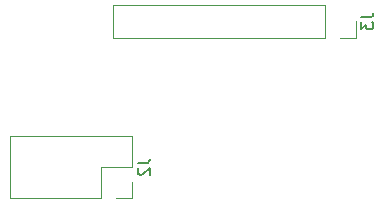
<source format=gbr>
%TF.GenerationSoftware,KiCad,Pcbnew,9.0.4*%
%TF.CreationDate,2025-12-04T13:46:47-07:00*%
%TF.ProjectId,HW2 folder,48573220-666f-46c6-9465-722e6b696361,rev?*%
%TF.SameCoordinates,Original*%
%TF.FileFunction,Legend,Bot*%
%TF.FilePolarity,Positive*%
%FSLAX46Y46*%
G04 Gerber Fmt 4.6, Leading zero omitted, Abs format (unit mm)*
G04 Created by KiCad (PCBNEW 9.0.4) date 2025-12-04 13:46:47*
%MOMM*%
%LPD*%
G01*
G04 APERTURE LIST*
%ADD10C,0.150000*%
%ADD11C,0.120000*%
G04 APERTURE END LIST*
D10*
X169017619Y-88211066D02*
X169731904Y-88211066D01*
X169731904Y-88211066D02*
X169874761Y-88163447D01*
X169874761Y-88163447D02*
X169970000Y-88068209D01*
X169970000Y-88068209D02*
X170017619Y-87925352D01*
X170017619Y-87925352D02*
X170017619Y-87830114D01*
X169017619Y-88592019D02*
X169017619Y-89211066D01*
X169017619Y-89211066D02*
X169398571Y-88877733D01*
X169398571Y-88877733D02*
X169398571Y-89020590D01*
X169398571Y-89020590D02*
X169446190Y-89115828D01*
X169446190Y-89115828D02*
X169493809Y-89163447D01*
X169493809Y-89163447D02*
X169589047Y-89211066D01*
X169589047Y-89211066D02*
X169827142Y-89211066D01*
X169827142Y-89211066D02*
X169922380Y-89163447D01*
X169922380Y-89163447D02*
X169970000Y-89115828D01*
X169970000Y-89115828D02*
X170017619Y-89020590D01*
X170017619Y-89020590D02*
X170017619Y-88734876D01*
X170017619Y-88734876D02*
X169970000Y-88639638D01*
X169970000Y-88639638D02*
X169922380Y-88592019D01*
X150094619Y-100555466D02*
X150808904Y-100555466D01*
X150808904Y-100555466D02*
X150951761Y-100507847D01*
X150951761Y-100507847D02*
X151047000Y-100412609D01*
X151047000Y-100412609D02*
X151094619Y-100269752D01*
X151094619Y-100269752D02*
X151094619Y-100174514D01*
X150189857Y-100984038D02*
X150142238Y-101031657D01*
X150142238Y-101031657D02*
X150094619Y-101126895D01*
X150094619Y-101126895D02*
X150094619Y-101364990D01*
X150094619Y-101364990D02*
X150142238Y-101460228D01*
X150142238Y-101460228D02*
X150189857Y-101507847D01*
X150189857Y-101507847D02*
X150285095Y-101555466D01*
X150285095Y-101555466D02*
X150380333Y-101555466D01*
X150380333Y-101555466D02*
X150523190Y-101507847D01*
X150523190Y-101507847D02*
X151094619Y-100936419D01*
X151094619Y-100936419D02*
X151094619Y-101555466D01*
D11*
%TO.C,J3*%
X148022800Y-89924400D02*
X148022800Y-87164400D01*
X165912800Y-87164400D02*
X148022800Y-87164400D01*
X165912800Y-89924400D02*
X148022800Y-89924400D01*
X165912800Y-89924400D02*
X165912800Y-87164400D01*
X167182800Y-89924400D02*
X168562800Y-89924400D01*
X168562800Y-89924400D02*
X168562800Y-88544400D01*
%TO.C,J2*%
X139259800Y-103538800D02*
X139259800Y-98238800D01*
X146989800Y-100888800D02*
X149639800Y-100888800D01*
X146989800Y-103538800D02*
X139259800Y-103538800D01*
X146989800Y-103538800D02*
X146989800Y-100888800D01*
X148259800Y-103538800D02*
X149639800Y-103538800D01*
X149639800Y-98238800D02*
X139259800Y-98238800D01*
X149639800Y-100888800D02*
X149639800Y-98238800D01*
X149639800Y-103538800D02*
X149639800Y-102158800D01*
%TD*%
M02*

</source>
